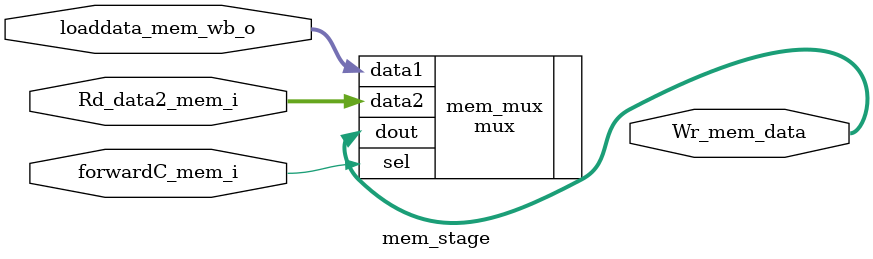
<source format=v>

module mem_stage(
	input [31:0]Rd_data2_mem_i,
	input [31:0]loaddata_mem_wb_o,
	input forwardC_mem_i,
	output [31:0]Wr_mem_data
	
    );

	mux mem_mux (
    .data1(loaddata_mem_wb_o), 
    .data2(Rd_data2_mem_i), 
    .sel(forwardC_mem_i), 
    .dout(Wr_mem_data)
    );

endmodule

</source>
